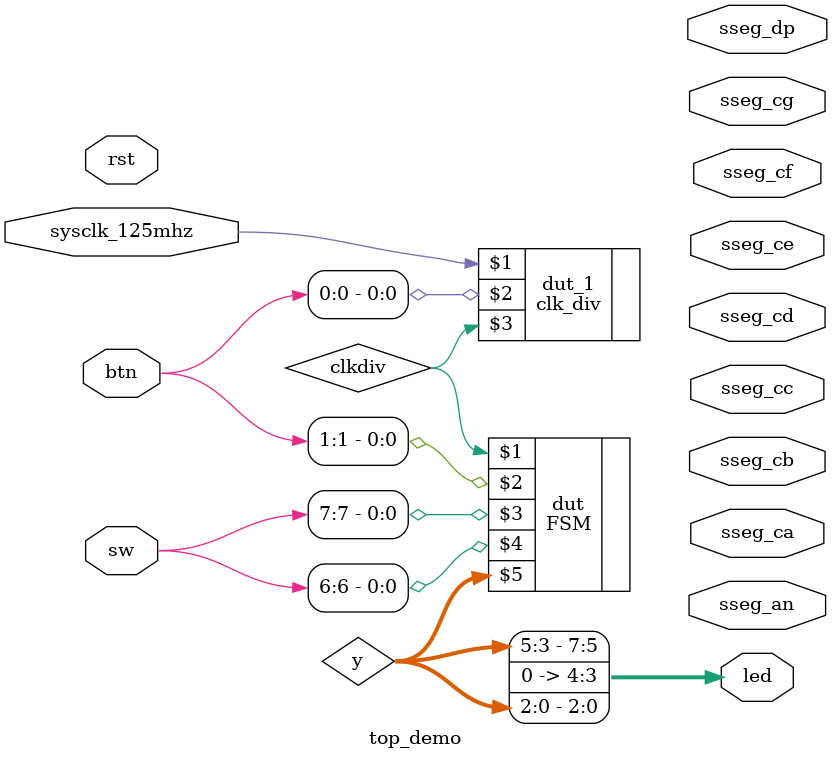
<source format=sv>
`timescale 1ns / 1ps


module top_demo
(
  // input
  input  logic [7:0] sw,
  input  logic [3:0] btn,
  input  logic       sysclk_125mhz,
  input  logic       rst,
  // output  
  output logic [7:0] led,
  output logic sseg_ca,
  output logic sseg_cb,
  output logic sseg_cc,
  output logic sseg_cd,
  output logic sseg_ce,
  output logic sseg_cf,
  output logic sseg_cg,
  output logic sseg_dp,
  output logic [3:0] sseg_an
);

  logic [16:0] CURRENT_COUNT;
  logic [16:0] NEXT_COUNT;
  logic        smol_clk;
  logic [5:0]  y;
  logic        clkdiv; 

  // Place FSM instantiation here

  clk_div dut_1(sysclk_125mhz, btn[0], clkdiv);
  FSM dut(clkdiv, btn[1], sw[7], sw[6], y);
  
  assign {led[7:5],led[2:0]} = y;
  assign led[4:3] = 2'b00;


// Register logic storing clock counts
  always@(posedge sysclk_125mhz)
  begin
    if(btn[3])
      CURRENT_COUNT = 17'h00000;
    else
      CURRENT_COUNT = NEXT_COUNT;
  end
  
  // Increment logic
  assign NEXT_COUNT = CURRENT_COUNT == 17'd100000 ? 17'h00000 : CURRENT_COUNT + 1;

  // Creation of smaller clock signal from counters
  assign smol_clk = CURRENT_COUNT == 17'd100000 ? 1'b1 : 1'b0;

endmodule

</source>
